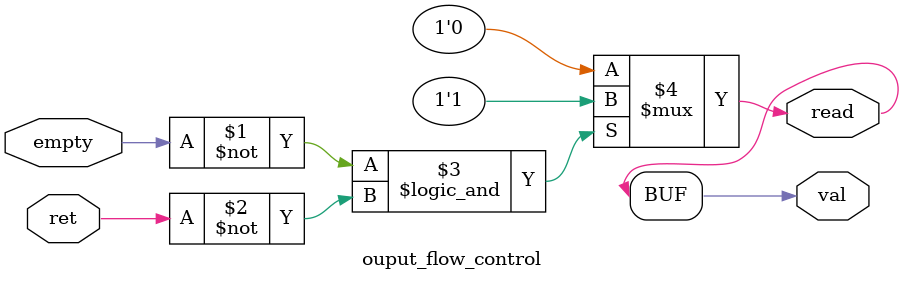
<source format=v>
`timescale 1ns / 1ps
module ouput_flow_control(
input empty, ret, /*if ret = 1 meaning the input buffer of neighbor is full*/
output val, read
    );

assign val = (empty == 0 && ret == 0) ? 1'b1 : 1'b0;
assign read = val;

endmodule

</source>
